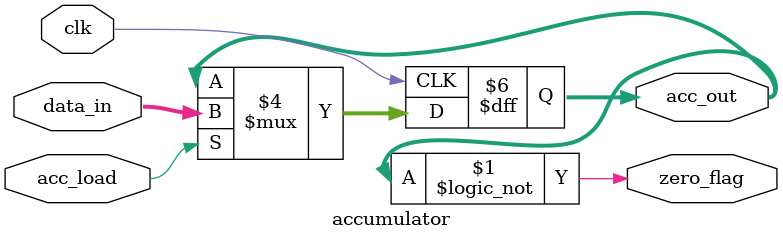
<source format=v>
`timescale 1ns/1ps  
module accumulator(  
    input clk,  
    input [7:0] data_in,  
    input acc_load,  
    output reg [7:0] acc_out,  
    output zero_flag  
);  

// Initialize to prevent X values in simulation
initial begin
    acc_out = 8'h00;
end

assign zero_flag = (acc_out == 8'b0);  

always @(posedge clk) begin  
    if (acc_load) 
        acc_out <= data_in;  
end

endmodule
</source>
